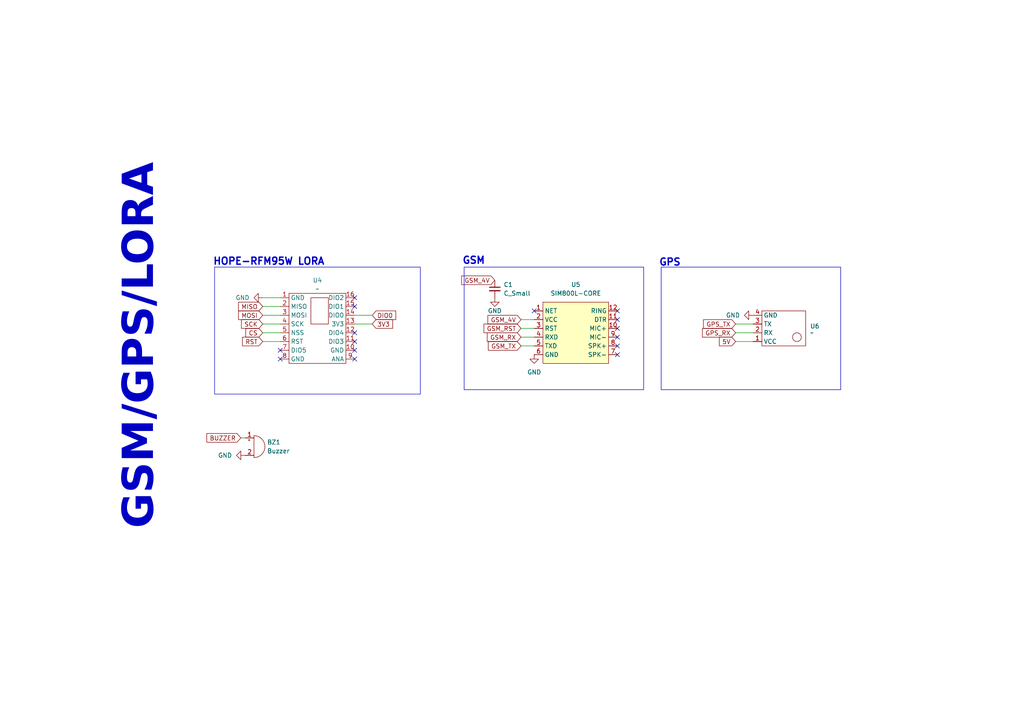
<source format=kicad_sch>
(kicad_sch (version 20231120) (generator "eeschema") (generator_version "8.0")
  (paper "A4")
  (title_block (title "GSM/GPS/LORA") (company "Spectrol Systems"))
  (lib_symbols
    (symbol "Device:Buzzer" (pin_names (offset 0.0254) hide)
      (property "Reference" "BZ" (at 3.81 1.27 0))
      (property "Value" "Buzzer" (at 3.81 -1.27 0))
      (symbol "Buzzer_0_1"
        (arc (start 0 -3.175) (mid 3.1612 0) (end 0 3.175))
        (polyline (pts (xy -1.651 1.905) (xy -1.143 1.905)))
        (polyline (pts (xy -1.397 2.159) (xy -1.397 1.651)))
        (polyline (pts (xy 0 3.175) (xy 0 -3.175)))
      )
      (symbol "Buzzer_1_1"
        (pin passive line (at -2.54 2.54 0) (length 2.54) (name "+") (number "1"))
        (pin passive line (at -2.54 -2.54 0) (length 2.54) (name "-") (number "2"))
      )
    )
    (symbol "Device:C_Small" (pin_numbers hide) (pin_names (offset 0.254) hide)
      (property "Reference" "C" (at 0.254 1.778 0))
      (property "Value" "C_Small" (at 0.254 -2.032 0))
      (symbol "C_Small_0_1"
        (polyline (pts (xy -1.524 -0.508) (xy 1.524 -0.508)) (stroke (width 0.3302)))
        (polyline (pts (xy -1.524 0.508) (xy 1.524 0.508)) (stroke (width 0.3048)))
      )
      (symbol "C_Small_1_1"
        (pin passive line (at 0 2.54 270) (length 2.032) (name "~") (number "1"))
        (pin passive line (at 0 -2.54 90) (length 2.032) (name "~") (number "2"))
      )
    )
    (symbol "my-modules:LORA-MODULE-P1.27"
      (property "Reference" "U" (at 8.382 1.524 0))
      (symbol "LORA-MODULE-P1.27_0_1"
        (rectangle (start 0 0) (end 16.51 -20.32))
        (rectangle (start 6.35 -1.27) (end 11.43 -8.89))
      )
      (symbol "LORA-MODULE-P1.27_1_1"
        (pin input line (at -2.54 -1.27 0) (length 2.54) (name "GND") (number "1"))
        (pin input line (at 19.05 -16.51 180) (length 2.54) (name "GND") (number "10"))
        (pin input line (at 19.05 -13.97 180) (length 2.54) (name "DIO3") (number "11"))
        (pin input line (at 19.05 -11.43 180) (length 2.54) (name "DIO4") (number "12"))
        (pin input line (at 19.05 -8.89 180) (length 2.54) (name "3V3") (number "13"))
        (pin input line (at 19.05 -6.35 180) (length 2.54) (name "DIO0") (number "14"))
        (pin input line (at 19.05 -3.81 180) (length 2.54) (name "DIO1") (number "15"))
        (pin input line (at 19.05 -1.27 180) (length 2.54) (name "DIO2") (number "16"))
        (pin input line (at -2.54 -3.81 0) (length 2.54) (name "MISO") (number "2"))
        (pin input line (at -2.54 -6.35 0) (length 2.54) (name "MOSI") (number "3"))
        (pin input line (at -2.54 -8.89 0) (length 2.54) (name "SCK") (number "4"))
        (pin input line (at -2.54 -11.43 0) (length 2.54) (name "NSS") (number "5"))
        (pin input line (at -2.54 -13.97 0) (length 2.54) (name "RST") (number "6"))
        (pin input line (at -2.54 -16.51 0) (length 2.54) (name "DIO5") (number "7"))
        (pin input line (at -2.54 -19.05 0) (length 2.54) (name "GND") (number "8"))
        (pin input line (at 19.05 -19.05 180) (length 2.54) (name "ANA") (number "9"))
      )
    )
    (symbol "my-modules:NEO-6M-GPS-MODULE"
      (property "Reference" "U" (at 4.826 2.54 0))
      (symbol "NEO-6M-GPS-MODULE_0_1"
        (rectangle (start 0 1.27) (end 12.7 -8.89))
        (circle (center 10.16 -6.35) (radius 1.27))
      )
      (symbol "NEO-6M-GPS-MODULE_1_1"
        (pin input line (at -2.54 -7.62 0) (length 2.54) (name "VCC") (number "1"))
        (pin input line (at -2.54 -5.08 0) (length 2.54) (name "RX") (number "2"))
        (pin input line (at -2.54 -2.54 0) (length 2.54) (name "TX") (number "3"))
        (pin input line (at -2.54 0 0) (length 2.54) (name "GND") (number "4"))
      )
    )
    (symbol "power:GND" (power) (pin_numbers hide) (pin_names (offset 0) hide)
      (property "Value" "GND" (at 0 -3.81 0))
      (symbol "GND_0_1"
        (polyline (pts (xy 0 0) (xy 0 -1.27) (xy 1.27 -1.27) (xy 0 -2.54) (xy -1.27 -1.27) (xy 0 -1.27)))
      )
      (symbol "GND_1_1"
        (pin power_in line (at 0 0 270) (length 0) (name "~") (number "1"))
      )
    )
    (symbol "sim800l-core:SIM800L-CORE"
      (property "Reference" "U" (at -7.62 8.89 0))
      (property "Value" "SIM800L-CORE" (at 0 -12.7 0))
      (symbol "SIM800L-CORE_0_1"
        (rectangle (start -8.89 7.62) (end 10.16 -10.16) (stroke (width 0.1524)) (fill (type background)))
      )
      (symbol "SIM800L-CORE_1_1"
        (pin bidirectional line (at -11.43 5.08 0) (length 2.54) (name "NET") (number "1"))
        (pin output line (at 12.7 0 180) (length 2.54) (name "MIC+") (number "10"))
        (pin passive line (at 12.7 2.54 180) (length 2.54) (name "DTR") (number "11"))
        (pin output line (at 12.7 5.08 180) (length 2.54) (name "RING") (number "12"))
        (pin power_in line (at -11.43 2.54 0) (length 2.54) (name "VCC") (number "2"))
        (pin input line (at -11.43 0 0) (length 2.54) (name "RST") (number "3"))
        (pin input line (at -11.43 -2.54 0) (length 2.54) (name "RXD") (number "4"))
        (pin output line (at -11.43 -5.08 0) (length 2.54) (name "TXD") (number "5"))
        (pin power_in line (at -11.43 -7.62 0) (length 2.54) (name "GND") (number "6"))
        (pin output line (at 12.7 -7.62 180) (length 2.54) (name "SPK-") (number "7"))
        (pin output line (at 12.7 -5.08 180) (length 2.54) (name "SPK+") (number "8"))
        (pin output line (at 12.7 -2.54 180) (length 2.54) (name "MIC-") (number "9"))
      )
    )
  )
  (no_connect (at 179.07 92.71))
  (no_connect (at 179.07 97.79))
  (no_connect (at 102.87 96.52))
  (no_connect (at 179.07 100.33))
  (no_connect (at 154.94 90.17))
  (no_connect (at 102.87 104.14))
  (no_connect (at 179.07 95.25))
  (no_connect (at 102.87 86.36))
  (no_connect (at 179.07 102.87))
  (no_connect (at 102.87 101.6))
  (no_connect (at 81.28 104.14))
  (no_connect (at 102.87 99.06))
  (no_connect (at 81.28 101.6))
  (no_connect (at 102.87 88.9))
  (no_connect (at 179.07 90.17))
  (wire (pts (xy 102.87 93.98) (xy 107.95 93.98)))
  (wire (pts (xy 151.13 95.25) (xy 154.94 95.25)))
  (wire (pts (xy 151.13 92.71) (xy 154.94 92.71)))
  (wire (pts (xy 76.2 93.98) (xy 81.28 93.98)))
  (wire (pts (xy 76.2 99.06) (xy 81.28 99.06)))
  (wire (pts (xy 151.13 100.33) (xy 154.94 100.33)))
  (wire (pts (xy 213.36 96.52) (xy 218.44 96.52)))
  (wire (pts (xy 76.2 88.9) (xy 81.28 88.9)))
  (wire (pts (xy 151.13 97.79) (xy 154.94 97.79)))
  (wire (pts (xy 76.2 96.52) (xy 81.28 96.52)))
  (wire (pts (xy 213.36 93.98) (xy 218.44 93.98)))
  (wire (pts (xy 102.87 91.44) (xy 107.95 91.44)))
  (wire (pts (xy 213.36 99.06) (xy 218.44 99.06)))
  (wire (pts (xy 76.2 86.36) (xy 81.28 86.36)))
  (wire (pts (xy 76.2 91.44) (xy 81.28 91.44)))
  (wire (pts (xy 69.85 127) (xy 71.12 127)))
  (rectangle (start 134.62 77.47) (end 186.69 113.03))
  (rectangle (start 191.77 77.47) (end 243.84 113.03))
  (rectangle (start 62.23 77.47) (end 121.92 114.3))
  (text "HOPE-RFM95W LORA" (at 77.978 75.946 0) (effects (font (size 2.032 2.032) (bold yes))))
  (text "GPS\n" (at 194.31 76.2 0) (effects (font (size 2.032 2.032) (bold yes))))
  (text "GSM" (at 137.414 75.692 0) (effects (font (size 2.032 2.032) (bold yes))))
  (text "GSM/GPS/LORA\n" (at 42.926 100.33 90) (effects (font (size 8.89 8.89) (thickness 1.778) (bold yes))))
  (global_label "GSM_TX" (shape input) (at 151.13 100.33 180) (property "Intersheetrefs" "${INTERSHEET_REFS}" (effects (hide yes))))
  (global_label "BUZZER" (shape input) (at 69.85 127 180) (property "Intersheetrefs" "${INTERSHEET_REFS}" (effects (hide yes))))
  (global_label "MISO" (shape input) (at 76.2 88.9 180) (property "Intersheetrefs" "${INTERSHEET_REFS}" (effects (hide yes))))
  (global_label "CS" (shape input) (at 76.2 96.52 180) (property "Intersheetrefs" "${INTERSHEET_REFS}" (effects (hide yes))))
  (global_label "MOSI" (shape input) (at 76.2 91.44 180) (property "Intersheetrefs" "${INTERSHEET_REFS}" (effects (hide yes))))
  (global_label "GSM_4V" (shape input) (at 151.13 92.71 180) (property "Intersheetrefs" "${INTERSHEET_REFS}" (effects (hide yes))))
  (global_label "GPS_TX" (shape input) (at 213.36 93.98 180) (property "Intersheetrefs" "${INTERSHEET_REFS}" (effects (hide yes))))
  (global_label "GSM_RST" (shape input) (at 151.13 95.25 180) (property "Intersheetrefs" "${INTERSHEET_REFS}" (effects (hide yes))))
  (global_label "DIO0" (shape input) (at 107.95 91.44 0) (property "Intersheetrefs" "${INTERSHEET_REFS}" (effects (hide yes))))
  (global_label "GSM_4V" (shape input) (at 143.51 81.28 180) (property "Intersheetrefs" "${INTERSHEET_REFS}" (effects (hide yes))))
  (global_label "SCK" (shape input) (at 76.2 93.98 180) (property "Intersheetrefs" "${INTERSHEET_REFS}" (effects (hide yes))))
  (global_label "RST" (shape input) (at 76.2 99.06 180) (property "Intersheetrefs" "${INTERSHEET_REFS}" (effects (hide yes))))
  (global_label "5V" (shape input) (at 213.36 99.06 180) (property "Intersheetrefs" "${INTERSHEET_REFS}" (effects (hide yes))))
  (global_label "GPS_RX" (shape input) (at 213.36 96.52 180) (property "Intersheetrefs" "${INTERSHEET_REFS}" (effects (hide yes))))
  (global_label "GSM_RX" (shape input) (at 151.13 97.79 180) (property "Intersheetrefs" "${INTERSHEET_REFS}" (effects (hide yes))))
  (global_label "3V3" (shape input) (at 107.95 93.98 0) (property "Intersheetrefs" "${INTERSHEET_REFS}" (effects (hide yes))))
  (symbol (lib_id "my-modules:NEO-6M-GPS-MODULE") (at 220.98 91.44 0) (unit 1)
    (property "Reference" "U6" (at 234.95 94.6149 0) (effects (justify left)))
    (property "Value" "~" (at 234.95 96.52 0) (effects (justify left)))
    (property "Footprint" "my-modules:NEO-6M-GPS-MODULE" (effects (hide yes)))
  )
  (symbol (lib_id "my-modules:LORA-MODULE-P1.27") (at 83.82 85.09 0) (unit 1)
    (property "Reference" "U4" (at 92.075 81.28 0))
    (property "Value" "~" (at 92.075 83.82 0))
    (property "Footprint" "RFM95W-915S2:XCVR_RFM95W-915S2" (effects (hide yes)))
  )
  (symbol (lib_id "power:GND") (at 76.2 86.36 270) (unit 1)
    (property "Reference" "#PWR09" (effects (hide yes)))
    (property "Value" "GND" (at 72.39 86.3599 90) (effects (justify right)))
    (property "Description" "Power symbol creates a global label with name \"GND\" , ground" (effects (hide yes)))
  )
  (symbol (lib_id "power:GND") (at 154.94 102.87 0) (unit 1)
    (property "Reference" "#PWR011" (effects (hide yes)))
    (property "Value" "GND" (at 154.94 107.95 0))
    (property "Description" "Power symbol creates a global label with name \"GND\" , ground" (effects (hide yes)))
  )
  (symbol (lib_id "power:GND") (at 218.44 91.44 270) (unit 1)
    (property "Reference" "#PWR013" (effects (hide yes)))
    (property "Value" "GND" (at 214.63 91.4399 90) (effects (justify right)))
    (property "Description" "Power symbol creates a global label with name \"GND\" , ground" (effects (hide yes)))
  )
  (symbol (lib_id "sim800l-core:SIM800L-CORE") (at 166.37 95.25 0) (unit 1)
    (property "Reference" "U5" (at 167.005 82.55 0))
    (property "Value" "SIM800L-CORE" (at 167.005 85.09 0))
    (property "Footprint" "SIM800L-MODULE:SIM800L-CORE" (effects (hide yes)))
  )
  (symbol (lib_id "Device:Buzzer") (at 73.66 129.54 0) (unit 1)
    (property "Reference" "BZ1" (at 77.47 128.2699 0) (effects (justify left)))
    (property "Value" "Buzzer" (at 77.47 130.8099 0) (effects (justify left)))
    (property "Footprint" "Buzzer_Beeper:MagneticBuzzer_PUI_AT-0927-TT-6-R" (effects (hide yes)))
    (property "Description" "Buzzer, polarized" (effects (hide yes)))
  )
  (symbol (lib_id "power:GND") (at 71.12 132.08 270) (unit 1)
    (property "Reference" "#PWR016" (effects (hide yes)))
    (property "Value" "GND" (at 67.31 132.0799 90) (effects (justify right)))
    (property "Description" "Power symbol creates a global label with name \"GND\" , ground" (effects (hide yes)))
  )
  (symbol (lib_id "power:GND") (at 143.51 86.36 0) (unit 1)
    (property "Reference" "#PWR017" (effects (hide yes)))
    (property "Value" "GND" (at 143.51 90.17 0))
    (property "Description" "Power symbol creates a global label with name \"GND\" , ground" (effects (hide yes)))
  )
  (symbol (lib_id "Device:C_Small") (at 143.51 83.82 0) (unit 1)
    (property "Reference" "C1" (at 146.05 82.5562 0) (effects (justify left)))
    (property "Value" "C_Small" (at 146.05 85.0962 0) (effects (justify left)))
    (property "Footprint" "Capacitor_THT:CP_Radial_D4.0mm_P2.00mm" (effects (hide yes)))
    (property "Description" "Unpolarized capacitor, small symbol" (effects (hide yes)))
  )
)
</source>
